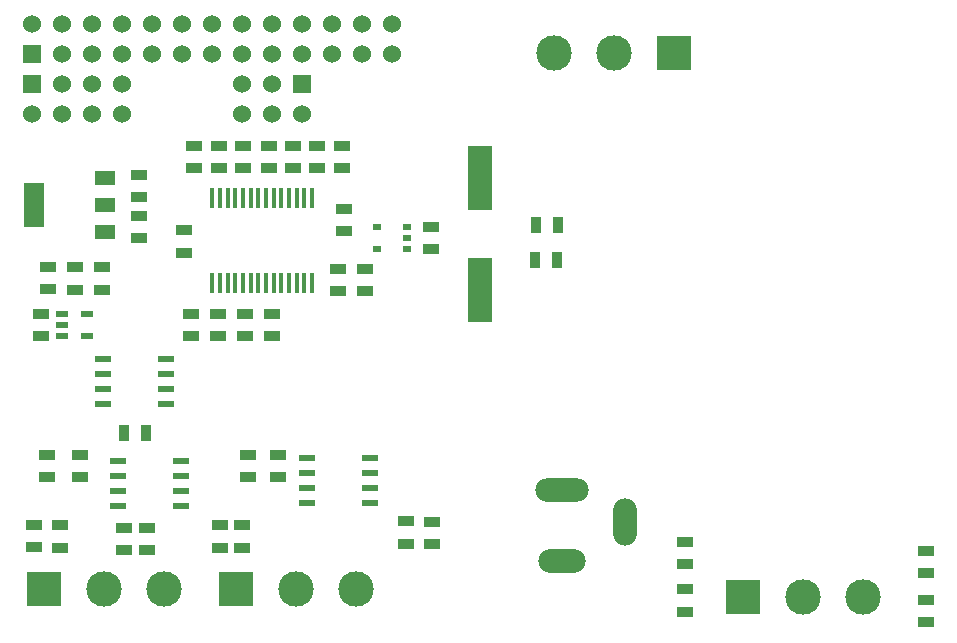
<source format=gts>
G04 (created by PCBNEW (2013-08-09 BZR 4280)-product) date 8/17/2013 3:52:17 PM*
%MOIN*%
G04 Gerber Fmt 3.4, Leading zero omitted, Abs format*
%FSLAX34Y34*%
G01*
G70*
G90*
G04 APERTURE LIST*
%ADD10C,0.001000*%
%ADD11R,0.118300X0.118300*%
%ADD12C,0.118300*%
%ADD13R,0.060200X0.060200*%
%ADD14C,0.060200*%
%ADD15R,0.055200X0.035200*%
%ADD16R,0.035200X0.055200*%
%ADD17O,0.078900X0.157700*%
%ADD18O,0.157700X0.078900*%
%ADD19O,0.177400X0.078900*%
%ADD20R,0.039600X0.023800*%
%ADD21R,0.071100X0.051400*%
%ADD22R,0.071100X0.149800*%
%ADD23R,0.030200X0.020200*%
%ADD24R,0.055300X0.023800*%
%ADD25R,0.016200X0.065200*%
%ADD26R,0.078900X0.216700*%
G04 APERTURE END LIST*
G54D10*
G54D11*
X65800Y-63600D03*
G54D12*
X67800Y-63600D03*
X69800Y-63600D03*
G54D13*
X65389Y-46774D03*
G54D14*
X65389Y-47774D03*
X66389Y-46774D03*
X66389Y-47774D03*
X67389Y-46774D03*
X67389Y-47774D03*
X68389Y-46774D03*
X68389Y-47774D03*
G54D13*
X65385Y-45776D03*
G54D14*
X65385Y-44776D03*
X66385Y-45776D03*
X66385Y-44776D03*
X67385Y-45776D03*
X67385Y-44776D03*
X68385Y-45776D03*
X68385Y-44776D03*
X69385Y-45776D03*
X69385Y-44776D03*
X70385Y-45776D03*
X70385Y-44776D03*
X71385Y-45776D03*
X71385Y-44776D03*
X72385Y-45776D03*
X72385Y-44776D03*
X73385Y-45776D03*
X73385Y-44776D03*
X74385Y-45776D03*
X74385Y-44776D03*
X75385Y-45776D03*
X75385Y-44776D03*
X76385Y-45776D03*
X76385Y-44776D03*
X77385Y-45776D03*
X77385Y-44776D03*
G54D15*
X65680Y-54425D03*
X65680Y-55175D03*
X78700Y-52275D03*
X78700Y-51525D03*
X68954Y-51905D03*
X68954Y-51155D03*
X67718Y-53624D03*
X67718Y-52874D03*
X68948Y-49785D03*
X68948Y-50535D03*
X75800Y-51675D03*
X75800Y-50925D03*
G54D16*
X68445Y-58400D03*
X69195Y-58400D03*
G54D15*
X87144Y-62023D03*
X87144Y-62773D03*
X95190Y-62325D03*
X95190Y-63075D03*
X75600Y-53675D03*
X75600Y-52925D03*
X72600Y-59875D03*
X72600Y-59125D03*
X73600Y-59875D03*
X73600Y-59125D03*
X70470Y-51635D03*
X70470Y-52385D03*
G54D16*
X82145Y-52620D03*
X82895Y-52620D03*
G54D15*
X75720Y-49575D03*
X75720Y-48825D03*
X74900Y-49575D03*
X74900Y-48825D03*
G54D16*
X82185Y-51480D03*
X82935Y-51480D03*
G54D15*
X65900Y-59875D03*
X65900Y-59125D03*
X67000Y-59875D03*
X67000Y-59125D03*
X76500Y-52925D03*
X76500Y-53675D03*
X70800Y-49575D03*
X70800Y-48825D03*
G54D17*
X85147Y-61382D03*
G54D18*
X83060Y-62662D03*
G54D19*
X83060Y-60299D03*
G54D11*
X89100Y-63860D03*
G54D12*
X91100Y-63860D03*
X93100Y-63860D03*
G54D11*
X86780Y-45740D03*
G54D12*
X84780Y-45740D03*
X82780Y-45740D03*
G54D13*
X74380Y-46780D03*
G54D14*
X74380Y-47780D03*
X73380Y-46780D03*
X73380Y-47780D03*
X72380Y-46780D03*
X72380Y-47780D03*
G54D11*
X72200Y-63600D03*
G54D12*
X74200Y-63600D03*
X76200Y-63600D03*
G54D15*
X66815Y-52874D03*
X66815Y-53624D03*
X65920Y-52865D03*
X65920Y-53615D03*
X87160Y-63615D03*
X87160Y-64365D03*
X95200Y-63965D03*
X95200Y-64715D03*
X70700Y-55175D03*
X70700Y-54425D03*
X72500Y-55175D03*
X72500Y-54425D03*
X71600Y-55175D03*
X71600Y-54425D03*
X73400Y-55175D03*
X73400Y-54425D03*
X72440Y-49575D03*
X72440Y-48825D03*
X74080Y-49575D03*
X74080Y-48825D03*
X71620Y-49575D03*
X71620Y-48825D03*
X73280Y-49575D03*
X73280Y-48825D03*
G54D20*
X66384Y-54425D03*
X66384Y-55175D03*
X66384Y-54800D03*
X67216Y-55175D03*
X67216Y-54425D03*
G54D21*
X67821Y-51706D03*
X67821Y-50800D03*
X67821Y-49894D03*
G54D22*
X65459Y-50800D03*
G54D23*
X77900Y-52275D03*
X77900Y-51525D03*
X76900Y-52275D03*
X77900Y-51900D03*
X76900Y-51525D03*
G54D24*
X67770Y-57450D03*
X69870Y-57450D03*
X67770Y-56950D03*
X67770Y-56450D03*
X67770Y-55950D03*
X69870Y-56950D03*
X69870Y-56450D03*
X69870Y-55950D03*
G54D25*
X72932Y-53397D03*
X73188Y-53397D03*
X73444Y-53397D03*
X73700Y-53397D03*
X72164Y-50563D03*
X72164Y-53397D03*
X72420Y-53397D03*
X72676Y-53397D03*
X73956Y-50563D03*
X73700Y-50563D03*
X73444Y-50563D03*
X73188Y-50563D03*
X72932Y-50563D03*
X72676Y-50563D03*
X73956Y-53397D03*
X72420Y-50563D03*
X71908Y-50563D03*
X71653Y-50563D03*
X71397Y-50563D03*
X71397Y-53397D03*
X71653Y-53397D03*
X71908Y-53397D03*
X74212Y-53397D03*
X74467Y-53397D03*
X74723Y-53397D03*
X74723Y-50563D03*
X74467Y-50563D03*
X74212Y-50563D03*
G54D24*
X68250Y-60850D03*
X70350Y-60850D03*
X68250Y-60350D03*
X68250Y-59850D03*
X68250Y-59350D03*
X70350Y-60350D03*
X70350Y-59850D03*
X70350Y-59350D03*
X74550Y-60750D03*
X76650Y-60750D03*
X74550Y-60250D03*
X74550Y-59750D03*
X74550Y-59250D03*
X76650Y-60250D03*
X76650Y-59750D03*
X76650Y-59250D03*
G54D26*
X80320Y-53630D03*
X80320Y-49890D03*
G54D15*
X71670Y-62220D03*
X71670Y-61470D03*
X72401Y-62220D03*
X72401Y-61470D03*
X77865Y-62100D03*
X77865Y-61350D03*
X78720Y-62115D03*
X78720Y-61365D03*
X69230Y-62318D03*
X69230Y-61568D03*
X68467Y-62318D03*
X68467Y-61568D03*
X65457Y-62213D03*
X65457Y-61463D03*
X66325Y-62220D03*
X66325Y-61470D03*
M02*

</source>
